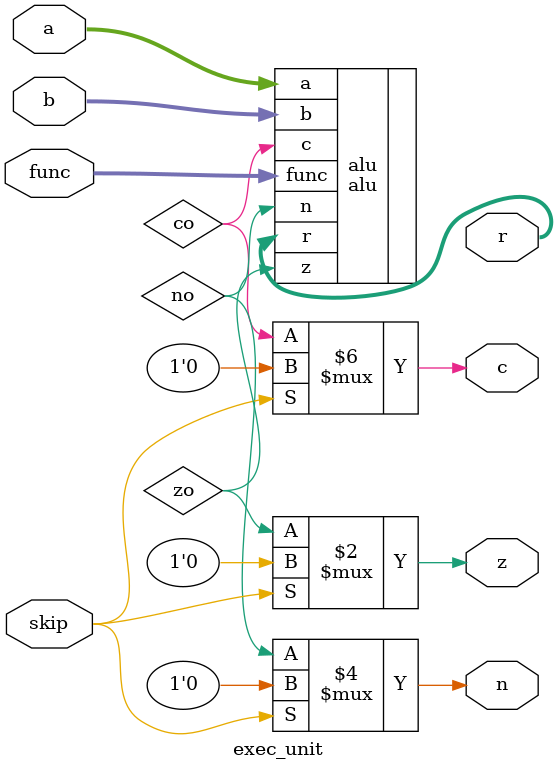
<source format=v>
module exec_unit (
  input skip,
  input [2:0] func,
  input [15:0] a, b,
  output wire [15:0] r,
  output wire z, n, c
);

  // Flags Output (reset flags if skip)
  wire zo, no, co;
  assign z = !skip ? zo : 1'b0;
  assign n = !skip ? no : 1'b0;
  assign c = !skip ? co : 1'b0;

  // ALU
  alu alu(.func(func),
          .a(a), .b(b),
          .r(r),
          .z(zo), .n(no), .c(co));

endmodule
</source>
